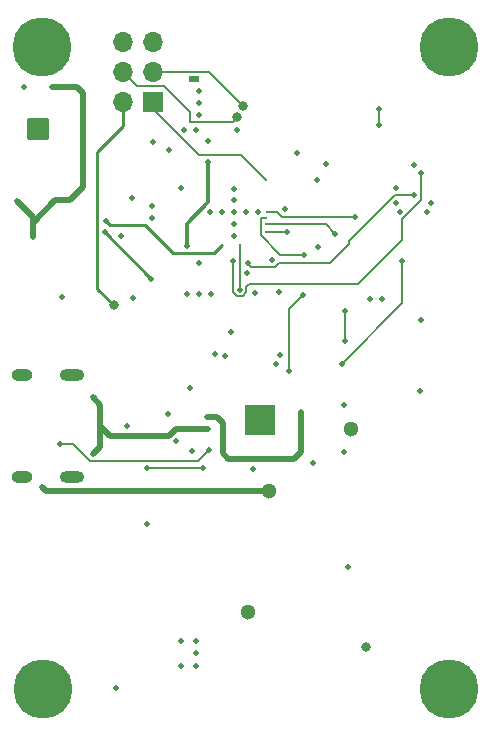
<source format=gbr>
G04 #@! TF.GenerationSoftware,KiCad,Pcbnew,8.0.9-8.0.9-0~ubuntu24.04.1*
G04 #@! TF.CreationDate,2025-04-11T12:42:37+02:00*
G04 #@! TF.ProjectId,Sensor_Nodes,53656e73-6f72-45f4-9e6f-6465732e6b69,rev?*
G04 #@! TF.SameCoordinates,Original*
G04 #@! TF.FileFunction,Copper,L4,Bot*
G04 #@! TF.FilePolarity,Positive*
%FSLAX46Y46*%
G04 Gerber Fmt 4.6, Leading zero omitted, Abs format (unit mm)*
G04 Created by KiCad (PCBNEW 8.0.9-8.0.9-0~ubuntu24.04.1) date 2025-04-11 12:42:37*
%MOMM*%
%LPD*%
G01*
G04 APERTURE LIST*
G04 Aperture macros list*
%AMRoundRect*
0 Rectangle with rounded corners*
0 $1 Rounding radius*
0 $2 $3 $4 $5 $6 $7 $8 $9 X,Y pos of 4 corners*
0 Add a 4 corners polygon primitive as box body*
4,1,4,$2,$3,$4,$5,$6,$7,$8,$9,$2,$3,0*
0 Add four circle primitives for the rounded corners*
1,1,$1+$1,$2,$3*
1,1,$1+$1,$4,$5*
1,1,$1+$1,$6,$7*
1,1,$1+$1,$8,$9*
0 Add four rect primitives between the rounded corners*
20,1,$1+$1,$2,$3,$4,$5,0*
20,1,$1+$1,$4,$5,$6,$7,0*
20,1,$1+$1,$6,$7,$8,$9,0*
20,1,$1+$1,$8,$9,$2,$3,0*%
G04 Aperture macros list end*
G04 #@! TA.AperFunction,ComponentPad*
%ADD10C,1.300000*%
G04 #@! TD*
G04 #@! TA.AperFunction,ComponentPad*
%ADD11C,0.800000*%
G04 #@! TD*
G04 #@! TA.AperFunction,ComponentPad*
%ADD12C,5.000000*%
G04 #@! TD*
G04 #@! TA.AperFunction,HeatsinkPad*
%ADD13C,0.500000*%
G04 #@! TD*
G04 #@! TA.AperFunction,HeatsinkPad*
%ADD14R,2.500000X2.500000*%
G04 #@! TD*
G04 #@! TA.AperFunction,ComponentPad*
%ADD15C,0.400000*%
G04 #@! TD*
G04 #@! TA.AperFunction,SMDPad,CuDef*
%ADD16RoundRect,0.054000X-0.846000X-0.846000X0.846000X-0.846000X0.846000X0.846000X-0.846000X0.846000X0*%
G04 #@! TD*
G04 #@! TA.AperFunction,ComponentPad*
%ADD17R,0.900000X0.500000*%
G04 #@! TD*
G04 #@! TA.AperFunction,ComponentPad*
%ADD18O,2.100000X1.000000*%
G04 #@! TD*
G04 #@! TA.AperFunction,ComponentPad*
%ADD19O,1.800000X1.000000*%
G04 #@! TD*
G04 #@! TA.AperFunction,ComponentPad*
%ADD20R,1.700000X1.700000*%
G04 #@! TD*
G04 #@! TA.AperFunction,ComponentPad*
%ADD21O,1.700000X1.700000*%
G04 #@! TD*
G04 #@! TA.AperFunction,ViaPad*
%ADD22C,0.500000*%
G04 #@! TD*
G04 #@! TA.AperFunction,ViaPad*
%ADD23C,0.800000*%
G04 #@! TD*
G04 #@! TA.AperFunction,ViaPad*
%ADD24C,0.200000*%
G04 #@! TD*
G04 #@! TA.AperFunction,Conductor*
%ADD25C,0.500000*%
G04 #@! TD*
G04 #@! TA.AperFunction,Conductor*
%ADD26C,0.200000*%
G04 #@! TD*
G04 #@! TA.AperFunction,Conductor*
%ADD27C,0.300000*%
G04 #@! TD*
G04 #@! TA.AperFunction,Conductor*
%ADD28C,0.150000*%
G04 #@! TD*
G04 #@! TA.AperFunction,Conductor*
%ADD29C,0.250000*%
G04 #@! TD*
G04 APERTURE END LIST*
D10*
X114120000Y-106731000D03*
X107185000Y-111971000D03*
D11*
X86115000Y-74376000D03*
X86664175Y-73050175D03*
X86664175Y-75701825D03*
X87990000Y-72501000D03*
D12*
X87990000Y-74376000D03*
D11*
X87990000Y-76251000D03*
X89315825Y-73050175D03*
X89315825Y-75701825D03*
X89865000Y-74376000D03*
D13*
X107435000Y-106971000D03*
X107435000Y-105971000D03*
X107435000Y-104971000D03*
X106435000Y-106971000D03*
X106435000Y-105971000D03*
D14*
X106435000Y-105971000D03*
D13*
X106435000Y-104971000D03*
X105435000Y-106971000D03*
X105435000Y-105971000D03*
X105435000Y-104971000D03*
D15*
X87320000Y-81308500D03*
D16*
X87620000Y-81308500D03*
D15*
X87920000Y-81308500D03*
D17*
X100830000Y-77146000D03*
D11*
X120509175Y-74386825D03*
X121058350Y-73061000D03*
X121058350Y-75712650D03*
X122384175Y-72511825D03*
D12*
X122384175Y-74386825D03*
D11*
X122384175Y-76261825D03*
X123710000Y-73061000D03*
X123710000Y-75712650D03*
X124259175Y-74386825D03*
X86129175Y-128756825D03*
X86678350Y-127431000D03*
X86678350Y-130082650D03*
X88004175Y-126881825D03*
D12*
X88004175Y-128756825D03*
D11*
X88004175Y-130631825D03*
X89330000Y-127431000D03*
X89330000Y-130082650D03*
X89879175Y-128756825D03*
D18*
X90480000Y-102151000D03*
D19*
X86280000Y-102151000D03*
D18*
X90480000Y-110791000D03*
D19*
X86280000Y-110791000D03*
D10*
X105430000Y-122211000D03*
D20*
X97340000Y-79071000D03*
D21*
X94800000Y-79071000D03*
X97340000Y-76531000D03*
X94800000Y-76531000D03*
X97340000Y-73991000D03*
X94800000Y-73991000D03*
D11*
X120500000Y-128751000D03*
X121049175Y-127425175D03*
X121049175Y-130076825D03*
X122375000Y-126876000D03*
D12*
X122375000Y-128751000D03*
D11*
X122375000Y-130626000D03*
X123700825Y-127425175D03*
X123700825Y-130076825D03*
X124250000Y-128751000D03*
D22*
X100960000Y-125721000D03*
X100440000Y-103241000D03*
X113480000Y-104721000D03*
X98710000Y-83091000D03*
X101240000Y-78161000D03*
X104210000Y-90401000D03*
X97270000Y-88901000D03*
X89680000Y-95591000D03*
X100960000Y-124661000D03*
X100200000Y-95361000D03*
D23*
X115340000Y-125201000D03*
D22*
X104210000Y-87401000D03*
X104210000Y-88401000D03*
X98605000Y-105511000D03*
X107740000Y-101261000D03*
X99295000Y-107761000D03*
X107980000Y-95171000D03*
X94180000Y-128711000D03*
X104210000Y-89401000D03*
X113500000Y-108711000D03*
X111290000Y-91361000D03*
X116710000Y-95711000D03*
X120890000Y-87601000D03*
X120000000Y-97541000D03*
X96830000Y-114761000D03*
X99730000Y-126821000D03*
X100960000Y-81451000D03*
X95610000Y-87151000D03*
X101970000Y-82391000D03*
X102240000Y-95351000D03*
X118250000Y-88341000D03*
X105950000Y-95231000D03*
X100960000Y-126821000D03*
X101240000Y-79151000D03*
X117940000Y-86331000D03*
X97260000Y-87901000D03*
X99730000Y-124661000D03*
X104210000Y-86401000D03*
X86430000Y-77761000D03*
X106210000Y-88401000D03*
X103210000Y-88401000D03*
X105210000Y-88401000D03*
X101240000Y-80151000D03*
X95160000Y-106481000D03*
X97310000Y-82461000D03*
X101210000Y-95351000D03*
X95680000Y-95621000D03*
X99960000Y-81461000D03*
X111250000Y-85651000D03*
X119960000Y-103551000D03*
X112000000Y-84291000D03*
X104460000Y-81471000D03*
X103470000Y-100541000D03*
X117940000Y-87601000D03*
X119410000Y-84431000D03*
X102610000Y-100361000D03*
X102210000Y-88401000D03*
X115710000Y-95731000D03*
X113830000Y-118441000D03*
X108490000Y-88151000D03*
X101210000Y-92681000D03*
X99725000Y-86326000D03*
X103950000Y-98501000D03*
X110910000Y-109601000D03*
X105830000Y-110111000D03*
X109550000Y-83421000D03*
X108140000Y-100521000D03*
X120580000Y-88341000D03*
X94670000Y-90371000D03*
X105320000Y-93531000D03*
X88810000Y-77761000D03*
X85810000Y-87421000D03*
X89085000Y-87381000D03*
X87190000Y-90451000D03*
X87950000Y-111621000D03*
X114410000Y-88801000D03*
D24*
X106960000Y-88406000D03*
D22*
X100200000Y-91231000D03*
X101967500Y-84143500D03*
X108690000Y-90091000D03*
D24*
X106950000Y-90091000D03*
D22*
X101990000Y-106761000D03*
X92230000Y-104071000D03*
X92230000Y-108871000D03*
X92870000Y-106471000D03*
X109850000Y-105331000D03*
X108540000Y-109251000D03*
X101880000Y-105721000D03*
X107460000Y-92461000D03*
X100658198Y-108609198D03*
X101610000Y-110081000D03*
X96800000Y-110091000D03*
X102050000Y-108551000D03*
X89460000Y-108061000D03*
X113590000Y-96761000D03*
X113610000Y-99331000D03*
X116515000Y-79671000D03*
X116515000Y-80971000D03*
X120050000Y-85061000D03*
X104090000Y-92541000D03*
X105350000Y-92731000D03*
X119410000Y-86921000D03*
X104700000Y-94941000D03*
D24*
X104700000Y-91151000D03*
D22*
X110070000Y-95411000D03*
D24*
X106950000Y-88901000D03*
D22*
X108850000Y-101801000D03*
X110100000Y-92001000D03*
X97180000Y-94021000D03*
X93240000Y-90081000D03*
X93350000Y-89171000D03*
D24*
X103200000Y-91150000D03*
D22*
X113337500Y-101218500D03*
X118470000Y-92541000D03*
D24*
X106950000Y-89400000D03*
D22*
X112790000Y-90221000D03*
D23*
X104490000Y-80371000D03*
X104940000Y-79371000D03*
D24*
X106890000Y-85671000D03*
D23*
X94040000Y-96271000D03*
D25*
X87190000Y-90451000D02*
X87190000Y-88801000D01*
X89085000Y-87381000D02*
X90340000Y-87381000D01*
X87190000Y-88801000D02*
X85810000Y-87421000D01*
X87190000Y-89276000D02*
X89085000Y-87381000D01*
X90340000Y-87381000D02*
X91420000Y-86301000D01*
X91420000Y-78311000D02*
X90870000Y-77761000D01*
X87190000Y-88801000D02*
X87190000Y-89276000D01*
X91420000Y-86301000D02*
X91420000Y-78311000D01*
X107185000Y-111971000D02*
X88300000Y-111971000D01*
X90870000Y-77761000D02*
X88810000Y-77761000D01*
X88300000Y-111971000D02*
X87950000Y-111621000D01*
D26*
X108260000Y-88801000D02*
X107865000Y-88406000D01*
X114410000Y-88801000D02*
X108260000Y-88801000D01*
X107865000Y-88406000D02*
X106960000Y-88406000D01*
D27*
X100200000Y-91231000D02*
X100200000Y-89361000D01*
X100200000Y-89361000D02*
X101990000Y-87571000D01*
X101990000Y-84166000D02*
X101967500Y-84143500D01*
X101990000Y-87571000D02*
X101990000Y-84166000D01*
D28*
X106950000Y-90091000D02*
X108550000Y-90091000D01*
X108550000Y-90091000D02*
X108690000Y-90091000D01*
D25*
X92230000Y-108871000D02*
X92870000Y-108231000D01*
X98702624Y-107321000D02*
X99262624Y-106761000D01*
X92870000Y-106471000D02*
X92870000Y-104711000D01*
X92870000Y-104711000D02*
X92230000Y-104071000D01*
X92870000Y-106471000D02*
X93720000Y-107321000D01*
X93720000Y-107321000D02*
X98702624Y-107321000D01*
X99262624Y-106761000D02*
X101990000Y-106761000D01*
X92870000Y-108231000D02*
X92870000Y-106471000D01*
X109850000Y-108711000D02*
X109850000Y-105331000D01*
X103280000Y-106216000D02*
X103280000Y-108811000D01*
X108540000Y-109251000D02*
X109310000Y-109251000D01*
X103280000Y-108811000D02*
X103720000Y-109251000D01*
X101880000Y-105721000D02*
X102785000Y-105721000D01*
X109310000Y-109251000D02*
X109850000Y-108711000D01*
X103720000Y-109251000D02*
X108540000Y-109251000D01*
X102785000Y-105721000D02*
X103280000Y-106216000D01*
D26*
X96810000Y-110081000D02*
X96800000Y-110091000D01*
X101610000Y-110081000D02*
X96810000Y-110081000D01*
X90599756Y-108061000D02*
X91999756Y-109461000D01*
X89460000Y-108061000D02*
X90599756Y-108061000D01*
X91999756Y-109461000D02*
X101140000Y-109461000D01*
X101140000Y-109461000D02*
X102050000Y-108551000D01*
X113590000Y-96761000D02*
X113590000Y-99311000D01*
X113590000Y-99311000D02*
X113610000Y-99331000D01*
D28*
X116515000Y-80971000D02*
X116515000Y-79671000D01*
X105255000Y-94711111D02*
X105508000Y-94458111D01*
X104929889Y-95496000D02*
X105255000Y-95170889D01*
X118430000Y-90724927D02*
X118430000Y-89001000D01*
X120050000Y-87381000D02*
X120050000Y-85061000D01*
X105508000Y-94458111D02*
X114696816Y-94458111D01*
X118430000Y-89001000D02*
X120050000Y-87381000D01*
X114696816Y-94458111D02*
X118430000Y-90724927D01*
X105255000Y-95170889D02*
X105255000Y-94711111D01*
X104090000Y-92541000D02*
X104090000Y-95115889D01*
X104090000Y-95115889D02*
X104470111Y-95496000D01*
X104470111Y-95496000D02*
X104929889Y-95496000D01*
X112340000Y-92731000D02*
X113950111Y-91120889D01*
X113950111Y-90806000D02*
X117855111Y-86901000D01*
X107689889Y-93016000D02*
X107974889Y-92731000D01*
X105635000Y-93016000D02*
X107689889Y-93016000D01*
X113950111Y-91120889D02*
X113950111Y-90806000D01*
X105350000Y-92731000D02*
X105635000Y-93016000D01*
X117855111Y-86901000D02*
X119390000Y-86901000D01*
X107974889Y-92731000D02*
X112340000Y-92731000D01*
X119390000Y-86901000D02*
X119410000Y-86921000D01*
D26*
X104700000Y-94941000D02*
X104700000Y-91151000D01*
X108120000Y-92001000D02*
X110100000Y-92001000D01*
X106950000Y-88901000D02*
X106530244Y-88901000D01*
X106530244Y-88901000D02*
X106470000Y-88961244D01*
X110070000Y-95411000D02*
X108850000Y-96631000D01*
X106470000Y-90351000D02*
X108120000Y-92001000D01*
X106470000Y-88961244D02*
X106470000Y-90351000D01*
X108850000Y-96631000D02*
X108850000Y-101801000D01*
D29*
X93240000Y-90081000D02*
X97180000Y-94021000D01*
X102514000Y-91836000D02*
X103200000Y-91150000D01*
X93685000Y-89506000D02*
X96675000Y-89506000D01*
X96675000Y-89506000D02*
X99005000Y-91836000D01*
X93350000Y-89171000D02*
X93685000Y-89506000D01*
X99005000Y-91836000D02*
X102514000Y-91836000D01*
D26*
X113337500Y-101218500D02*
X118470000Y-96086000D01*
X118470000Y-96086000D02*
X118470000Y-92541000D01*
X111969000Y-89400000D02*
X106950000Y-89400000D01*
X112790000Y-90221000D02*
X111969000Y-89400000D01*
X100450000Y-79881000D02*
X98290000Y-77721000D01*
X100450000Y-80731000D02*
X100450000Y-79881000D01*
X98290000Y-77721000D02*
X95990000Y-77721000D01*
X95990000Y-77721000D02*
X94800000Y-76531000D01*
X104490000Y-80371000D02*
X104130000Y-80731000D01*
X104130000Y-80731000D02*
X100450000Y-80731000D01*
X104940000Y-79371000D02*
X102100000Y-76531000D01*
X102100000Y-76531000D02*
X97340000Y-76531000D01*
X101232500Y-83563500D02*
X97340000Y-79671000D01*
X104782500Y-83563500D02*
X101232500Y-83563500D01*
X106890000Y-85671000D02*
X104782500Y-83563500D01*
X97340000Y-79671000D02*
X97340000Y-79071000D01*
D29*
X94040000Y-96271000D02*
X92635000Y-94866000D01*
X92635000Y-94866000D02*
X92635000Y-83276000D01*
X94840000Y-81021000D02*
X94800000Y-80981000D01*
X94800000Y-80981000D02*
X94800000Y-79071000D01*
X92635000Y-83276000D02*
X94840000Y-81071000D01*
X94840000Y-81071000D02*
X94840000Y-81021000D01*
M02*

</source>
